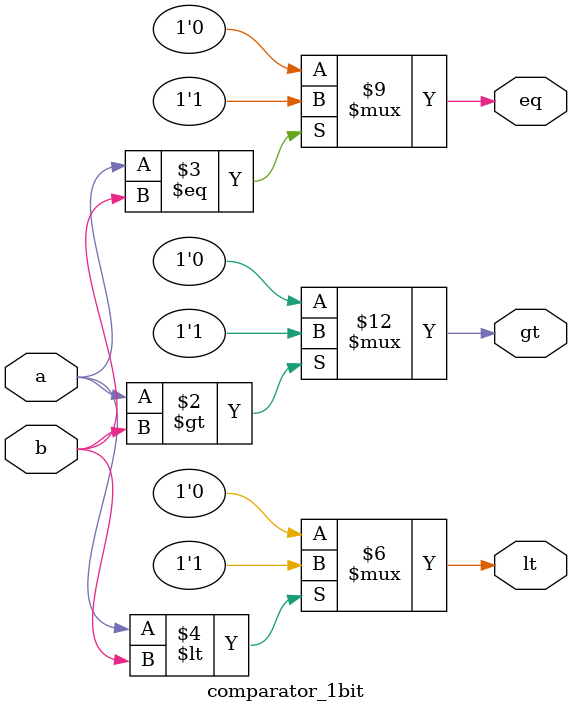
<source format=v>
module comparator_1bit(a,b,gt,eq,lt);
input a,b;
output reg gt,eq,lt;
always@(a&b)begin
	gt=0;
	eq=0;
	lt=0;
	if(a>b)gt=1;
	if(a==b)eq=1;
	if(a<b)lt=1;
end
endmodule


</source>
